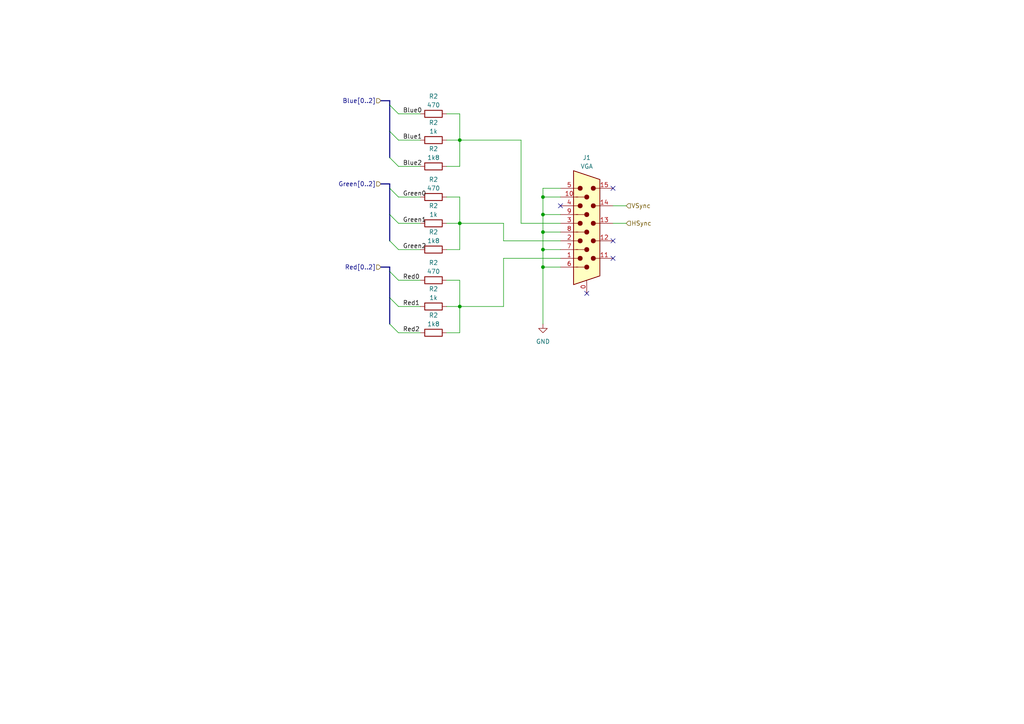
<source format=kicad_sch>
(kicad_sch (version 20230121) (generator eeschema)
  (paper "A4")
  (lib_symbols
    (symbol "Connector:DE15_Plug_HighDensity_MountingHoles" (pin_names (offset 1.016) hide)
      (property "Reference" "J" (at 0 21.59 0))
      (property "Value" "DE15_Plug_HighDensity_MountingHoles" (at 0 19.05 0))
      (symbol "DE15_Plug_HighDensity_MountingHoles_0_1"
        (circle (center -1.905 -7.62) (radius 0.635) (fill (type outline)))
        (circle (center -1.905 -2.54) (radius 0.635) (fill (type outline)))
        (circle (center -1.905 2.54) (radius 0.635) (fill (type outline)))
        (circle (center -1.905 7.62) (radius 0.635) (fill (type outline)))
        (circle (center -1.905 12.7) (radius 0.635) (fill (type outline)))
        (circle (center 0 -10.16) (radius 0.635) (fill (type outline)))
        (circle (center 0 -5.08) (radius 0.635) (fill (type outline)))
        (polyline (pts (xy -3.175 -5.08) (xy -0.635 -5.08)))
        (polyline (pts (xy -0.635 -10.16) (xy -3.175 -10.16)))
        (polyline (pts (xy -0.635 0) (xy -3.175 0)))
        (polyline (pts (xy -0.635 5.08) (xy -3.175 5.08)))
        (polyline (pts (xy -0.635 10.16) (xy -3.175 10.16)))
        (polyline (pts (xy -3.81 17.78) (xy -3.81 -15.24) (xy 3.81 -12.7) (xy 3.81 15.24) (xy -3.81 17.78)) (stroke (width 0.254)) (fill (type background)))
        (circle (center 0 0) (radius 0.635) (fill (type outline)))
        (circle (center 0 5.08) (radius 0.635) (fill (type outline)))
        (circle (center 0 10.16) (radius 0.635) (fill (type outline)))
        (circle (center 1.905 -7.62) (radius 0.635) (fill (type outline)))
        (circle (center 1.905 -2.54) (radius 0.635) (fill (type outline)))
        (circle (center 1.905 2.54) (radius 0.635) (fill (type outline)))
        (circle (center 1.905 7.62) (radius 0.635) (fill (type outline)))
        (circle (center 1.905 12.7) (radius 0.635) (fill (type outline)))
      )
      (symbol "DE15_Plug_HighDensity_MountingHoles_1_1"
        (pin passive line (at 0 -17.78 90) (length 3.81) (name "~") (number "0"))
        (pin passive line (at -7.62 -7.62 0) (length 5.08) (name "~") (number "1"))
        (pin passive line (at -7.62 10.16 0) (length 5.08) (name "~") (number "10"))
        (pin passive line (at 7.62 -7.62 180) (length 5.08) (name "~") (number "11"))
        (pin passive line (at 7.62 -2.54 180) (length 5.08) (name "~") (number "12"))
        (pin passive line (at 7.62 2.54 180) (length 5.08) (name "~") (number "13"))
        (pin passive line (at 7.62 7.62 180) (length 5.08) (name "~") (number "14"))
        (pin passive line (at 7.62 12.7 180) (length 5.08) (name "~") (number "15"))
        (pin passive line (at -7.62 -2.54 0) (length 5.08) (name "~") (number "2"))
        (pin passive line (at -7.62 2.54 0) (length 5.08) (name "~") (number "3"))
        (pin passive line (at -7.62 7.62 0) (length 5.08) (name "~") (number "4"))
        (pin passive line (at -7.62 12.7 0) (length 5.08) (name "~") (number "5"))
        (pin passive line (at -7.62 -10.16 0) (length 5.08) (name "~") (number "6"))
        (pin passive line (at -7.62 -5.08 0) (length 5.08) (name "~") (number "7"))
        (pin passive line (at -7.62 0 0) (length 5.08) (name "~") (number "8"))
        (pin passive line (at -7.62 5.08 0) (length 5.08) (name "~") (number "9"))
      )
    )
    (symbol "Device:R" (pin_numbers hide) (pin_names (offset 0))
      (property "Reference" "R" (at 2.032 0 90))
      (property "Value" "R" (at 0 0 90))
      (symbol "R_0_1"
        (rectangle (start -1.016 -2.54) (end 1.016 2.54) (stroke (width 0.254)))
      )
      (symbol "R_1_1"
        (pin passive line (at 0 3.81 270) (length 1.27) (name "~") (number "1"))
        (pin passive line (at 0 -3.81 90) (length 1.27) (name "~") (number "2"))
      )
    )
    (symbol "power:GND" (power) (pin_names (offset 0))
      (property "Value" "GND" (at 0 -3.81 0))
      (symbol "GND_0_1"
        (polyline (pts (xy 0 0) (xy 0 -1.27) (xy 1.27 -1.27) (xy 0 -2.54) (xy -1.27 -1.27) (xy 0 -1.27)))
      )
      (symbol "GND_1_1"
        (pin power_in line (at 0 0 270) (length 0) hide (name "GND") (number "1"))
      )
    )
  )
  (junction (at 157.48 67.31))
  (junction (at 157.48 57.15))
  (junction (at 157.48 77.47))
  (junction (at 133.35 40.64))
  (junction (at 133.35 88.9))
  (junction (at 157.48 62.23))
  (junction (at 157.48 72.39))
  (junction (at 133.35 64.77))
  (no_connect (at 170.18 85.09))
  (no_connect (at 177.8 69.85))
  (no_connect (at 177.8 74.93))
  (no_connect (at 177.8 54.61))
  (no_connect (at 162.56 59.69))
  (bus_entry (at 113.03 45.72) (size 2.54 2.54))
  (bus_entry (at 113.03 54.61) (size 2.54 2.54))
  (bus_entry (at 113.03 78.74) (size 2.54 2.54))
  (bus_entry (at 113.03 93.98) (size 2.54 2.54))
  (bus_entry (at 113.03 62.23) (size 2.54 2.54))
  (bus_entry (at 113.03 38.1) (size 2.54 2.54))
  (bus_entry (at 113.03 69.85) (size 2.54 2.54))
  (bus_entry (at 113.03 30.48) (size 2.54 2.54))
  (bus_entry (at 113.03 86.36) (size 2.54 2.54))
  (wire (pts (xy 151.13 64.77) (xy 151.13 40.64)))
  (wire (pts (xy 115.57 57.15) (xy 121.92 57.15)))
  (wire (pts (xy 129.54 96.52) (xy 133.35 96.52)))
  (wire (pts (xy 133.35 48.26) (xy 133.35 40.64)))
  (wire (pts (xy 133.35 88.9) (xy 129.54 88.9)))
  (bus (pts (xy 113.03 77.47) (xy 113.03 78.74)))
  (wire (pts (xy 157.48 62.23) (xy 162.56 62.23)))
  (wire (pts (xy 146.05 69.85) (xy 146.05 64.77)))
  (wire (pts (xy 157.48 77.47) (xy 162.56 77.47)))
  (bus (pts (xy 113.03 38.1) (xy 113.03 45.72)))
  (wire (pts (xy 133.35 72.39) (xy 133.35 64.77)))
  (wire (pts (xy 133.35 96.52) (xy 133.35 88.9)))
  (wire (pts (xy 157.48 77.47) (xy 157.48 93.98)))
  (wire (pts (xy 157.48 67.31) (xy 162.56 67.31)))
  (bus (pts (xy 113.03 29.21) (xy 113.03 30.48)))
  (wire (pts (xy 181.61 64.77) (xy 177.8 64.77)))
  (wire (pts (xy 162.56 69.85) (xy 146.05 69.85)))
  (wire (pts (xy 146.05 64.77) (xy 133.35 64.77)))
  (bus (pts (xy 110.49 29.21) (xy 113.03 29.21)))
  (wire (pts (xy 133.35 64.77) (xy 133.35 57.15)))
  (wire (pts (xy 146.05 74.93) (xy 162.56 74.93)))
  (wire (pts (xy 129.54 48.26) (xy 133.35 48.26)))
  (wire (pts (xy 162.56 64.77) (xy 151.13 64.77)))
  (bus (pts (xy 113.03 62.23) (xy 113.03 69.85)))
  (wire (pts (xy 146.05 88.9) (xy 146.05 74.93)))
  (wire (pts (xy 133.35 81.28) (xy 129.54 81.28)))
  (bus (pts (xy 113.03 78.74) (xy 113.03 86.36)))
  (wire (pts (xy 157.48 57.15) (xy 162.56 57.15)))
  (wire (pts (xy 133.35 57.15) (xy 129.54 57.15)))
  (wire (pts (xy 157.48 54.61) (xy 157.48 57.15)))
  (wire (pts (xy 157.48 72.39) (xy 162.56 72.39)))
  (wire (pts (xy 157.48 67.31) (xy 157.48 72.39)))
  (wire (pts (xy 133.35 33.02) (xy 129.54 33.02)))
  (wire (pts (xy 133.35 40.64) (xy 129.54 40.64)))
  (wire (pts (xy 157.48 62.23) (xy 157.48 67.31)))
  (bus (pts (xy 113.03 54.61) (xy 113.03 62.23)))
  (wire (pts (xy 115.57 81.28) (xy 121.92 81.28)))
  (wire (pts (xy 115.57 88.9) (xy 121.92 88.9)))
  (bus (pts (xy 113.03 30.48) (xy 113.03 38.1)))
  (wire (pts (xy 157.48 57.15) (xy 157.48 62.23)))
  (wire (pts (xy 133.35 88.9) (xy 146.05 88.9)))
  (wire (pts (xy 157.48 72.39) (xy 157.48 77.47)))
  (wire (pts (xy 115.57 48.26) (xy 121.92 48.26)))
  (bus (pts (xy 110.49 77.47) (xy 113.03 77.47)))
  (wire (pts (xy 115.57 64.77) (xy 121.92 64.77)))
  (bus (pts (xy 113.03 53.34) (xy 113.03 54.61)))
  (wire (pts (xy 133.35 88.9) (xy 133.35 81.28)))
  (wire (pts (xy 115.57 40.64) (xy 121.92 40.64)))
  (bus (pts (xy 110.49 53.34) (xy 113.03 53.34)))
  (wire (pts (xy 115.57 72.39) (xy 121.92 72.39)))
  (wire (pts (xy 115.57 96.52) (xy 121.92 96.52)))
  (wire (pts (xy 162.56 54.61) (xy 157.48 54.61)))
  (wire (pts (xy 115.57 33.02) (xy 121.92 33.02)))
  (bus (pts (xy 113.03 86.36) (xy 113.03 93.98)))
  (wire (pts (xy 133.35 64.77) (xy 129.54 64.77)))
  (wire (pts (xy 151.13 40.64) (xy 133.35 40.64)))
  (wire (pts (xy 133.35 40.64) (xy 133.35 33.02)))
  (wire (pts (xy 129.54 72.39) (xy 133.35 72.39)))
  (wire (pts (xy 181.61 59.69) (xy 177.8 59.69)))
  (label "Blue0" (at 116.84 33.02 0))
  (label "Blue2" (at 116.84 48.26 0))
  (label "Green2" (at 116.84 72.39 0))
  (label "Red2" (at 116.84 96.52 0))
  (label "Green0" (at 116.84 57.15 0))
  (label "Red1" (at 116.84 88.9 0))
  (label "Red0" (at 116.84 81.28 0))
  (label "Blue1" (at 116.84 40.64 0))
  (label "Green1" (at 116.84 64.77 0))
  (hierarchical_label "Green[0..2]" (shape input) (at 110.49 53.34 180))
  (hierarchical_label "Red[0..2]" (shape input) (at 110.49 77.47 180))
  (hierarchical_label "HSync" (shape input) (at 181.61 64.77 0))
  (hierarchical_label "Blue[0..2]" (shape input) (at 110.49 29.21 180))
  (hierarchical_label "VSync" (shape input) (at 181.61 59.69 0))
  (symbol (lib_id "Connector:DE15_Plug_HighDensity_MountingHoles") (at 170.18 67.31 0) (unit 1)
    (property "Reference" "J1" (at 170.18 45.72 0))
    (property "Value" "VGA" (at 170.18 48.26 0))
    (property "Footprint" "Connector_Dsub:DSUB-15_Female_Horizontal_P2.77x2.84mm_EdgePinOffset7.70mm_Housed_MountingHolesOffset9.12mm" (effects hide))
    (property "Datasheet" " ~" (effects hide))
  )
  (symbol (lib_id "Device:R") (at 125.73 88.9 270) (unit 1)
    (property "Reference" "R2" (at 125.73 83.82 90))
    (property "Value" "1k" (at 125.73 86.36 90))
    (property "Footprint" "Resistor_SMD:R_0805_2012Metric" (effects hide))
    (instances (project "fpga_gpu" (path "" (reference "R2") (unit 1)) (path "" (reference "R7") (unit 1))))
  )
  (symbol (lib_id "Device:R") (at 125.73 96.52 270) (unit 1)
    (property "Reference" "R2" (at 125.73 91.44 90))
    (property "Value" "1k8" (at 125.73 93.98 90))
    (property "Footprint" "Resistor_SMD:R_0805_2012Metric" (effects hide))
    (instances (project "fpga_gpu" (path "" (reference "R2") (unit 1)) (path "" (reference "R8") (unit 1))))
  )
  (symbol (lib_id "Device:R") (at 125.73 40.64 270) (unit 1)
    (property "Reference" "R2" (at 125.73 35.56 90))
    (property "Value" "1k" (at 125.73 38.1 90))
    (property "Footprint" "Resistor_SMD:R_0805_2012Metric" (effects hide))
    (instances (project "fpga_gpu" (path "" (reference "R2") (unit 1)) (path "" (reference "R13") (unit 1))))
  )
  (symbol (lib_id "Device:R") (at 125.73 81.28 270) (unit 1)
    (property "Reference" "R2" (at 125.73 76.2 90))
    (property "Value" "470" (at 125.73 78.74 90))
    (property "Footprint" "Resistor_SMD:R_0805_2012Metric" (effects hide))
    (instances (project "fpga_gpu" (path "" (reference "R2") (unit 1)) (path "" (reference "R6") (unit 1))))
  )
  (symbol (lib_id "Device:R") (at 125.73 64.77 270) (unit 1)
    (property "Reference" "R2" (at 125.73 59.69 90))
    (property "Value" "1k" (at 125.73 62.23 90))
    (property "Footprint" "Resistor_SMD:R_0805_2012Metric" (effects hide))
    (instances (project "fpga_gpu" (path "" (reference "R2") (unit 1)) (path "" (reference "R10") (unit 1))))
  )
  (symbol (lib_id "Device:R") (at 125.73 33.02 270) (unit 1)
    (property "Reference" "R2" (at 125.73 27.94 90))
    (property "Value" "470" (at 125.73 30.48 90))
    (property "Footprint" "Resistor_SMD:R_0805_2012Metric" (effects hide))
    (instances (project "fpga_gpu" (path "" (reference "R2") (unit 1)) (path "" (reference "R12") (unit 1))))
  )
  (symbol (lib_id "power:GND") (at 157.48 93.98 0) (unit 1)
    (property "Reference" "#PWR017" (effects hide))
    (property "Value" "GND" (at 157.48 99.06 0))
    (instances (project "fpga_gpu" (path "" (reference "#PWR017") (unit 1)) (path "" (reference "#PWR034") (unit 1))))
  )
  (symbol (lib_id "Device:R") (at 125.73 72.39 270) (unit 1)
    (property "Reference" "R2" (at 125.73 67.31 90))
    (property "Value" "1k8" (at 125.73 69.85 90))
    (property "Footprint" "Resistor_SMD:R_0805_2012Metric" (effects hide))
    (instances (project "fpga_gpu" (path "" (reference "R2") (unit 1)) (path "" (reference "R11") (unit 1))))
  )
  (symbol (lib_id "Device:R") (at 125.73 48.26 270) (unit 1)
    (property "Reference" "R2" (at 125.73 43.18 90))
    (property "Value" "1k8" (at 125.73 45.72 90))
    (property "Footprint" "Resistor_SMD:R_0805_2012Metric" (effects hide))
    (instances (project "fpga_gpu" (path "" (reference "R2") (unit 1)) (path "" (reference "R14") (unit 1))))
  )
  (symbol (lib_id "Device:R") (at 125.73 57.15 270) (unit 1)
    (property "Reference" "R2" (at 125.73 52.07 90))
    (property "Value" "470" (at 125.73 54.61 90))
    (property "Footprint" "Resistor_SMD:R_0805_2012Metric" (effects hide))
    (instances (project "fpga_gpu" (path "" (reference "R2") (unit 1)) (path "" (reference "R9") (unit 1))))
  )
)
</source>
